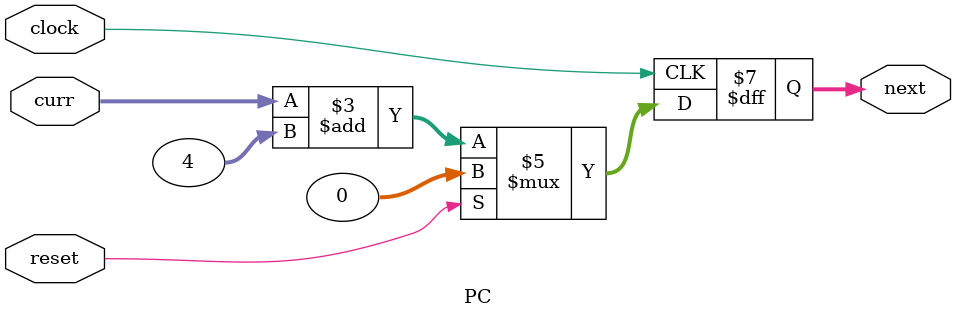
<source format=v>
module PC(input clock, reset,
			input [31:0] curr,
			output reg [31:0] next);

	
	always @(posedge clock) begin
		if (reset == 1) 
			next = 0;
		else 
			next = curr + 4; 
	end
endmodule
</source>
